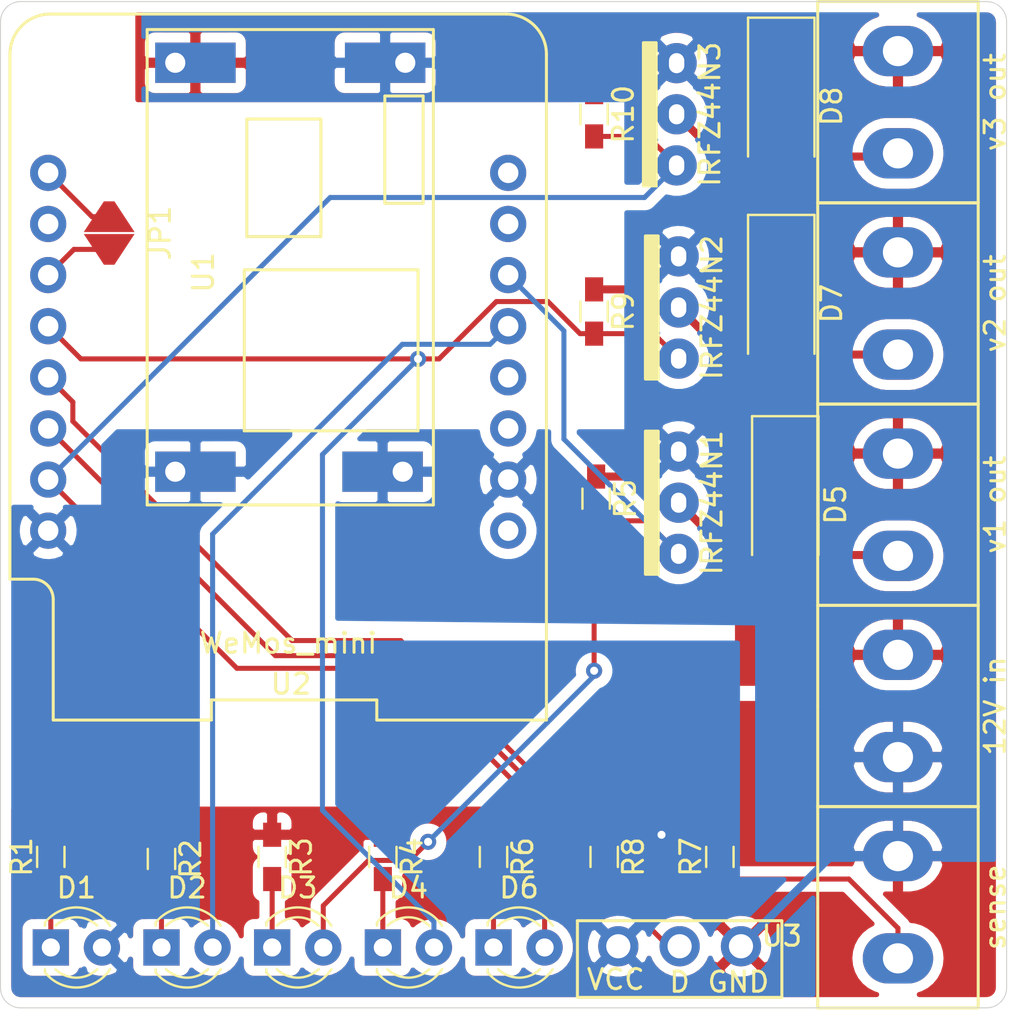
<source format=kicad_pcb>
(kicad_pcb (version 20171130) (host pcbnew 5.1.4)
  (layers (0 F.Cu signal) (31 B.Cu signal) (34 B.Paste user) (35 F.Paste user) (36 B.SilkS user) (37 F.SilkS user) (38 B.Mask user) (39 F.Mask user) (44 Edge.Cuts user))
  (net 0 "")
  (net 1 "Net-(D1-Pad1)")
  (net 2 +3V3)
  (net 3 "Net-(D2-Pad1)")
  (net 4 info)
  (net 5 "Net-(D3-Pad1)")
  (net 6 v1)
  (net 7 "Net-(D4-Pad1)")
  (net 8 v2)
  (net 9 +12V)
  (net 10 "Net-(D5-Pad2)")
  (net 11 "Net-(D6-Pad1)")
  (net 12 v3)
  (net 13 "Net-(D7-Pad2)")
  (net 14 "Net-(D8-Pad2)")
  (net 15 GND)
  (net 16 sense)
  (net 17 "Net-(JP1-Pad2)")
  (net 18 "Net-(JP1-Pad1)")
  (net 19 temp)
  (net 20 "Net-(U2-Pad8)")
  (net 21 "Net-(U2-Pad7)")
  (net 22 "Net-(U2-Pad10)")
  (net 23 "Net-(U2-Pad4)")
  (net 24 "Net-(U2-Pad3)")
  (net 25 "Net-(U2-Pad1)")
  (module Resistors_SMD:R_0603_HandSoldering (layer F.Cu) (at 95 102.5 270)
    (fp_text reference R8 (at 0 -1.45 90) (layer F.SilkS))
    (fp_text value 4K7)
    (fp_line (start 0.5 0.68) (end -0.5 0.68) (layer F.SilkS) (width 0.12))
    (fp_line (start -0.5 -0.68) (end 0.5 -0.68) (layer F.SilkS) (width 0.12))
    (pad 1 smd rect (at -1.1 0 270) (size 1.2 0.9) (layers F.Cu F.Paste F.Mask) (net 2 +3V3))
    (pad 2 smd rect (at 1.1 0 270) (size 1.2 0.9) (layers F.Cu F.Paste F.Mask) (net 19 temp))
  )
  (module Resistors_SMD:R_0603_HandSoldering (layer F.Cu) (at 94.6 84.7 270)
    (fp_text reference R5 (at 0 -1.45 90) (layer F.SilkS))
    (fp_text value 20K)
    (fp_line (start 0.5 0.68) (end -0.5 0.68) (layer F.SilkS) (width 0.12))
    (fp_line (start -0.5 -0.68) (end 0.5 -0.68) (layer F.SilkS) (width 0.12))
    (pad 1 smd rect (at -1.1 0 270) (size 1.2 0.9) (layers F.Cu F.Paste F.Mask) (net 15 GND))
    (pad 2 smd rect (at 1.1 0 270) (size 1.2 0.9) (layers F.Cu F.Paste F.Mask) (net 6 v1))
  )
  (module custom:termina_2pin (layer F.Cu) (at 109.6 65 90)
    (fp_text reference J5)
    (fp_text value "v3 out" (at 0 4.826 270) (layer F.SilkS))
    (fp_line (start -5.0038 -3.9878) (end 0 -3.9878) (layer F.SilkS) (width 0.15))
    (fp_line (start -5.0038 3.9878) (end -5.0038 -3.9878) (layer F.SilkS) (width 0.15))
    (fp_line (start 5.0038 3.9878) (end -5.0038 3.9878) (layer F.SilkS) (width 0.15))
    (fp_line (start 5.0038 -3.9878) (end 5.0038 3.9878) (layer F.SilkS) (width 0.15))
    (fp_line (start 0 -3.9878) (end 5.0038 -3.9878) (layer F.SilkS) (width 0.15))
    (pad 2 thru_hole oval (at 2.54 0 90) (size 2.5 3.5) (drill 1.5) (layers *.Cu *.Mask) (net 9 +12V))
    (pad 1 thru_hole oval (at -2.54 0 90) (size 2.5 3.5) (drill 1.5) (layers *.Cu *.Mask) (net 14 "Net-(D8-Pad2)"))
  )
  (module custom:termina_2pin (layer F.Cu) (at 109.6 75 90)
    (fp_text reference J4)
    (fp_text value "v2 out" (at 0 4.826 270) (layer F.SilkS))
    (fp_line (start -5.0038 -3.9878) (end 0 -3.9878) (layer F.SilkS) (width 0.15))
    (fp_line (start -5.0038 3.9878) (end -5.0038 -3.9878) (layer F.SilkS) (width 0.15))
    (fp_line (start 5.0038 3.9878) (end -5.0038 3.9878) (layer F.SilkS) (width 0.15))
    (fp_line (start 5.0038 -3.9878) (end 5.0038 3.9878) (layer F.SilkS) (width 0.15))
    (fp_line (start 0 -3.9878) (end 5.0038 -3.9878) (layer F.SilkS) (width 0.15))
    (pad 2 thru_hole oval (at 2.54 0 90) (size 2.5 3.5) (drill 1.5) (layers *.Cu *.Mask) (net 9 +12V))
    (pad 1 thru_hole oval (at -2.54 0 90) (size 2.5 3.5) (drill 1.5) (layers *.Cu *.Mask) (net 13 "Net-(D7-Pad2)"))
  )
  (module custom:termina_2pin (layer F.Cu) (at 109.6 105 90)
    (fp_text reference J3)
    (fp_text value sense (at 0 4.826 270) (layer F.SilkS))
    (fp_line (start -5.0038 -3.9878) (end 0 -3.9878) (layer F.SilkS) (width 0.15))
    (fp_line (start -5.0038 3.9878) (end -5.0038 -3.9878) (layer F.SilkS) (width 0.15))
    (fp_line (start 5.0038 3.9878) (end -5.0038 3.9878) (layer F.SilkS) (width 0.15))
    (fp_line (start 5.0038 -3.9878) (end 5.0038 3.9878) (layer F.SilkS) (width 0.15))
    (fp_line (start 0 -3.9878) (end 5.0038 -3.9878) (layer F.SilkS) (width 0.15))
    (pad 2 thru_hole oval (at 2.54 0 90) (size 2.5 3.5) (drill 1.5) (layers *.Cu *.Mask) (net 15 GND))
    (pad 1 thru_hole oval (at -2.54 0 90) (size 2.5 3.5) (drill 1.5) (layers *.Cu *.Mask) (net 16 sense))
  )
  (module custom:termina_2pin (layer F.Cu) (at 109.6 95 90)
    (fp_text reference J2)
    (fp_text value "12V in" (at 0 4.826 270) (layer F.SilkS))
    (fp_line (start -5.0038 -3.9878) (end 0 -3.9878) (layer F.SilkS) (width 0.15))
    (fp_line (start -5.0038 3.9878) (end -5.0038 -3.9878) (layer F.SilkS) (width 0.15))
    (fp_line (start 5.0038 3.9878) (end -5.0038 3.9878) (layer F.SilkS) (width 0.15))
    (fp_line (start 5.0038 -3.9878) (end 5.0038 3.9878) (layer F.SilkS) (width 0.15))
    (fp_line (start 0 -3.9878) (end 5.0038 -3.9878) (layer F.SilkS) (width 0.15))
    (pad 2 thru_hole oval (at 2.54 0 90) (size 2.5 3.5) (drill 1.5) (layers *.Cu *.Mask) (net 9 +12V))
    (pad 1 thru_hole oval (at -2.54 0 90) (size 2.5 3.5) (drill 1.5) (layers *.Cu *.Mask) (net 15 GND))
  )
  (module custom:termina_2pin (layer F.Cu) (at 109.6 85 90)
    (fp_text reference J1)
    (fp_text value "v1 out" (at 0 4.826 270) (layer F.SilkS))
    (fp_line (start -5.0038 -3.9878) (end 0 -3.9878) (layer F.SilkS) (width 0.15))
    (fp_line (start -5.0038 3.9878) (end -5.0038 -3.9878) (layer F.SilkS) (width 0.15))
    (fp_line (start 5.0038 3.9878) (end -5.0038 3.9878) (layer F.SilkS) (width 0.15))
    (fp_line (start 5.0038 -3.9878) (end 5.0038 3.9878) (layer F.SilkS) (width 0.15))
    (fp_line (start 0 -3.9878) (end 5.0038 -3.9878) (layer F.SilkS) (width 0.15))
    (pad 2 thru_hole oval (at 2.54 0 90) (size 2.5 3.5) (drill 1.5) (layers *.Cu *.Mask) (net 9 +12V))
    (pad 1 thru_hole oval (at -2.54 0 90) (size 2.5 3.5) (drill 1.5) (layers *.Cu *.Mask) (net 10 "Net-(D5-Pad2)"))
  )
  (module LEDs:LED_D3.0mm (layer F.Cu) (at 84 107)
    (fp_text reference D4 (at 1.27 -2.96) (layer F.SilkS))
    (fp_text value v2)
    (fp_arc (start 1.27 0) (end -0.29 -1.235516) (angle 108.8) (layer F.SilkS) (width 0.12))
    (fp_arc (start 1.27 0) (end -0.29 1.235516) (angle -108.8) (layer F.SilkS) (width 0.12))
    (fp_arc (start 1.27 0) (end 0.229039 -1.08) (angle 87.9) (layer F.SilkS) (width 0.12))
    (fp_arc (start 1.27 0) (end 0.229039 1.08) (angle -87.9) (layer F.SilkS) (width 0.12))
    (fp_line (start -0.29 -1.236) (end -0.29 -1.08) (layer F.SilkS) (width 0.12))
    (fp_line (start -0.29 1.08) (end -0.29 1.236) (layer F.SilkS) (width 0.12))
    (pad 1 thru_hole rect (at 0 0) (size 1.8 1.8) (drill 0.9) (layers *.Cu *.Mask) (net 7 "Net-(D4-Pad1)"))
    (pad 2 thru_hole circle (at 2.54 0) (size 1.8 1.8) (drill 0.9) (layers *.Cu *.Mask) (net 8 v2))
  )
  (module custom:temperature_sensor (layer F.Cu) (at 98.75 104.4 180)
    (fp_text reference U3 (at -5.08 -2.032) (layer F.SilkS))
    (fp_text value DS18B20)
    (fp_text user GND (at -2.921 -4.318) (layer F.SilkS))
    (fp_text user D (at 0 -4.318) (layer F.SilkS))
    (fp_text user VCC (at 3.175 -4.191) (layer F.SilkS))
    (fp_line (start -5.08 -5.08) (end 5.08 -5.08) (layer F.SilkS) (width 0.15))
    (fp_line (start 5.08 -5.08) (end 5.08 -1.27) (layer F.SilkS) (width 0.15))
    (fp_line (start 5.08 -1.27) (end -5.08 -1.27) (layer F.SilkS) (width 0.15))
    (fp_line (start -5.08 -1.27) (end -5.08 -5.08) (layer F.SilkS) (width 0.15))
    (pad 1 thru_hole circle (at -3.048 -2.54 180) (size 2 2) (drill 1.2) (layers *.Cu *.Mask) (net 15 GND))
    (pad 2 thru_hole circle (at 0 -2.54 180) (size 2 2) (drill 1.2) (layers *.Cu *.Mask) (net 19 temp))
    (pad 3 thru_hole circle (at 3.048 -2.54 180) (size 2 2) (drill 1.2) (layers *.Cu *.Mask) (net 2 +3V3))
  )
  (module custom:wemos (layer F.Cu) (at 78.8 77.4 90)
    (fp_text reference U2 (at -16.51 0.635) (layer F.SilkS))
    (fp_text value WeMos_mini (at -14.478 0.508) (layer F.SilkS))
    (fp_line (start -11.3 -13.33) (end -11.3 -13.33) (layer F.SilkS) (width 0.15))
    (fp_line (start -11.3 -12.17) (end -11.3 -13.33) (layer F.SilkS) (width 0.15))
    (fp_arc (start -12.3 -12.18) (end -11.3 -12.18) (angle 90) (layer F.SilkS) (width 0.15))
    (fp_line (start -18.3 -11.18) (end -12.3 -11.18) (layer F.SilkS) (width 0.15))
    (fp_arc (start 14.78 11.33) (end 16.78 11.33) (angle 90) (layer F.SilkS) (width 0.15))
    (fp_arc (start 14.78 -11.33) (end 14.78 -13.33) (angle 90) (layer F.SilkS) (width 0.15))
    (fp_line (start -18.3 4.9) (end -18.3 13.329999) (layer F.SilkS) (width 0.15))
    (fp_line (start -17.3 4.9) (end -18.3 4.9) (layer F.SilkS) (width 0.15))
    (fp_line (start -17.3 -3.32) (end -17.3 4.9) (layer F.SilkS) (width 0.15))
    (fp_line (start -18.3 -3.32) (end -17.3 -3.32) (layer F.SilkS) (width 0.15))
    (fp_line (start -18.3 -11.18) (end -18.3 -3.32) (layer F.SilkS) (width 0.15))
    (fp_line (start 14.78 -13.33) (end -11.3 -13.33) (layer F.SilkS) (width 0.15))
    (fp_line (start 16.78 11.33) (end 16.78 -11.33) (layer F.SilkS) (width 0.15))
    (fp_line (start -18.3 13.33) (end 14.78 13.33) (layer F.SilkS) (width 0.15))
    (pad 8 thru_hole circle (at 8.89 11.43 90) (size 1.8 1.8) (drill 1.016) (layers *.Cu *.Mask) (net 20 "Net-(U2-Pad8)"))
    (pad 9 thru_hole circle (at 8.89 -11.43 90) (size 1.8 1.8) (drill 1.016) (layers *.Cu *.Mask) (net 17 "Net-(JP1-Pad2)"))
    (pad 7 thru_hole circle (at 6.35 11.43 90) (size 1.8 1.8) (drill 1.016) (layers *.Cu *.Mask) (net 21 "Net-(U2-Pad7)"))
    (pad 10 thru_hole circle (at 6.35 -11.43 90) (size 1.8 1.8) (drill 1.016) (layers *.Cu *.Mask) (net 22 "Net-(U2-Pad10)"))
    (pad 6 thru_hole circle (at 3.81 11.43 90) (size 1.8 1.8) (drill 1.016) (layers *.Cu *.Mask) (net 6 v1))
    (pad 11 thru_hole circle (at 3.81 -11.43 90) (size 1.8 1.8) (drill 1.016) (layers *.Cu *.Mask) (net 18 "Net-(JP1-Pad1)"))
    (pad 5 thru_hole circle (at 1.27 11.43 90) (size 1.8 1.8) (drill 1.016) (layers *.Cu *.Mask) (net 4 info))
    (pad 12 thru_hole circle (at 1.27 -11.43 90) (size 1.8 1.8) (drill 1.016) (layers *.Cu *.Mask) (net 8 v2))
    (pad 4 thru_hole circle (at -1.27 11.43 90) (size 1.8 1.8) (drill 1.016) (layers *.Cu *.Mask) (net 23 "Net-(U2-Pad4)"))
    (pad 13 thru_hole circle (at -1.27 -11.43 90) (size 1.8 1.8) (drill 1.016) (layers *.Cu *.Mask) (net 16 sense))
    (pad 3 thru_hole circle (at -3.81 11.43 90) (size 1.8 1.8) (drill 1.016) (layers *.Cu *.Mask) (net 24 "Net-(U2-Pad3)"))
    (pad 14 thru_hole circle (at -3.81 -11.43 90) (size 1.8 1.8) (drill 1.016) (layers *.Cu *.Mask) (net 19 temp))
    (pad 2 thru_hole circle (at -6.35 11.43 90) (size 1.8 1.8) (drill 1.016) (layers *.Cu *.Mask) (net 15 GND))
    (pad 15 thru_hole circle (at -6.35 -11.43 90) (size 1.8 1.8) (drill 1.016) (layers *.Cu *.Mask) (net 12 v3))
    (pad 1 thru_hole circle (at -8.89 11.43 90) (size 1.8 1.8) (drill 1.016) (layers *.Cu *.Mask) (net 25 "Net-(U2-Pad1)"))
    (pad 16 thru_hole circle (at -8.89 -11.43 90) (size 1.8 1.8) (drill 1.016) (layers *.Cu *.Mask) (net 2 +3V3))
  )
  (module custom:stepdown (layer F.Cu) (at 79.4 73.2 270)
    (fp_text reference U1 (at 0.254 4.318 90) (layer F.SilkS))
    (fp_text value stepdown)
    (fp_line (start -11.811 -7.112) (end 11.811 -7.112) (layer F.SilkS) (width 0.15))
    (fp_line (start 11.811 -7.112) (end 11.811 7.112) (layer F.SilkS) (width 0.15))
    (fp_line (start 11.811 7.112) (end -11.811 7.112) (layer F.SilkS) (width 0.15))
    (fp_line (start -11.811 7.112) (end -11.811 -7.112) (layer F.SilkS) (width 0.15))
    (fp_line (start 8.128 2.286) (end 8.128 -6.35) (layer F.SilkS) (width 0.15))
    (fp_line (start 8.128 -6.35) (end 0.127 -6.35) (layer F.SilkS) (width 0.15))
    (fp_line (start 0.127 -6.35) (end 0.127 2.286) (layer F.SilkS) (width 0.15))
    (fp_line (start 0.127 2.286) (end 8.128 2.286) (layer F.SilkS) (width 0.15))
    (fp_line (start -8.509 -6.604) (end -3.175 -6.604) (layer F.SilkS) (width 0.15))
    (fp_line (start -3.175 -6.604) (end -3.175 -4.699) (layer F.SilkS) (width 0.15))
    (fp_line (start -3.175 -4.699) (end -8.509 -4.699) (layer F.SilkS) (width 0.15))
    (fp_line (start -8.509 -4.699) (end -8.509 -6.604) (layer F.SilkS) (width 0.15))
    (fp_line (start -1.524 2.159) (end -7.366 2.159) (layer F.SilkS) (width 0.15))
    (fp_line (start -7.366 2.159) (end -7.366 -1.524) (layer F.SilkS) (width 0.15))
    (fp_line (start -7.366 -1.524) (end -1.524 -1.524) (layer F.SilkS) (width 0.15))
    (fp_line (start -1.524 -1.524) (end -1.524 2.159) (layer F.SilkS) (width 0.15))
    (pad 1 thru_hole rect (at -10.16 -5.715 270) (size 2 4) (drill 1 (offset 0 1)) (layers *.Cu *.Mask) (net 15 GND))
    (pad 3 thru_hole rect (at -10.16 5.715 270) (size 2 4) (drill 1 (offset 0 -1)) (layers *.Cu *.Mask) (net 9 +12V))
    (pad 2 thru_hole rect (at 10.16 -5.588 270) (size 2 4) (drill 1 (offset 0 1)) (layers *.Cu *.Mask) (net 15 GND))
    (pad 4 thru_hole rect (at 10.16 5.715 270) (size 2 4) (drill 1 (offset 0 -1)) (layers *.Cu *.Mask) (net 2 +3V3))
  )
  (module Resistors_SMD:R_0603_HandSoldering (layer F.Cu) (at 94.5 65.6 270)
    (fp_text reference R10 (at 0 -1.45 90) (layer F.SilkS))
    (fp_text value 20K)
    (fp_line (start 0.5 0.68) (end -0.5 0.68) (layer F.SilkS) (width 0.12))
    (fp_line (start -0.5 -0.68) (end 0.5 -0.68) (layer F.SilkS) (width 0.12))
    (pad 1 smd rect (at -1.1 0 270) (size 1.2 0.9) (layers F.Cu F.Paste F.Mask) (net 15 GND))
    (pad 2 smd rect (at 1.1 0 270) (size 1.2 0.9) (layers F.Cu F.Paste F.Mask) (net 12 v3))
  )
  (module Resistors_SMD:R_0603_HandSoldering (layer F.Cu) (at 94.5 75.4 270)
    (fp_text reference R9 (at 0 -1.45 90) (layer F.SilkS))
    (fp_text value 20K)
    (fp_line (start 0.5 0.68) (end -0.5 0.68) (layer F.SilkS) (width 0.12))
    (fp_line (start -0.5 -0.68) (end 0.5 -0.68) (layer F.SilkS) (width 0.12))
    (pad 1 smd rect (at -1.1 0 270) (size 1.2 0.9) (layers F.Cu F.Paste F.Mask) (net 15 GND))
    (pad 2 smd rect (at 1.1 0 270) (size 1.2 0.9) (layers F.Cu F.Paste F.Mask) (net 8 v2))
  )
  (module Resistors_SMD:R_0603_HandSoldering (layer F.Cu) (at 100.75 102.5 90)
    (fp_text reference R7 (at 0 -1.45 90) (layer F.SilkS))
    (fp_text value 330)
    (fp_line (start 0.5 0.68) (end -0.5 0.68) (layer F.SilkS) (width 0.12))
    (fp_line (start -0.5 -0.68) (end 0.5 -0.68) (layer F.SilkS) (width 0.12))
    (pad 1 smd rect (at -1.1 0 90) (size 1.2 0.9) (layers F.Cu F.Paste F.Mask) (net 16 sense))
    (pad 2 smd rect (at 1.1 0 90) (size 1.2 0.9) (layers F.Cu F.Paste F.Mask) (net 2 +3V3))
  )
  (module Resistors_SMD:R_0603_HandSoldering (layer F.Cu) (at 89.5 102.5 270)
    (fp_text reference R6 (at 0 -1.45 90) (layer F.SilkS))
    (fp_text value 1K)
    (fp_line (start 0.5 0.68) (end -0.5 0.68) (layer F.SilkS) (width 0.12))
    (fp_line (start -0.5 -0.68) (end 0.5 -0.68) (layer F.SilkS) (width 0.12))
    (pad 1 smd rect (at -1.1 0 270) (size 1.2 0.9) (layers F.Cu F.Paste F.Mask) (net 15 GND))
    (pad 2 smd rect (at 1.1 0 270) (size 1.2 0.9) (layers F.Cu F.Paste F.Mask) (net 11 "Net-(D6-Pad1)"))
  )
  (module Resistors_SMD:R_0603_HandSoldering (layer F.Cu) (at 84 102.5 270)
    (fp_text reference R4 (at 0 -1.45 90) (layer F.SilkS))
    (fp_text value 1K)
    (fp_line (start 0.5 0.68) (end -0.5 0.68) (layer F.SilkS) (width 0.12))
    (fp_line (start -0.5 -0.68) (end 0.5 -0.68) (layer F.SilkS) (width 0.12))
    (pad 1 smd rect (at -1.1 0 270) (size 1.2 0.9) (layers F.Cu F.Paste F.Mask) (net 15 GND))
    (pad 2 smd rect (at 1.1 0 270) (size 1.2 0.9) (layers F.Cu F.Paste F.Mask) (net 7 "Net-(D4-Pad1)"))
  )
  (module Resistors_SMD:R_0603_HandSoldering (layer F.Cu) (at 78.5 102.5 270)
    (fp_text reference R3 (at 0 -1.45 90) (layer F.SilkS))
    (fp_text value 1K)
    (fp_line (start 0.5 0.68) (end -0.5 0.68) (layer F.SilkS) (width 0.12))
    (fp_line (start -0.5 -0.68) (end 0.5 -0.68) (layer F.SilkS) (width 0.12))
    (pad 1 smd rect (at -1.1 0 270) (size 1.2 0.9) (layers F.Cu F.Paste F.Mask) (net 15 GND))
    (pad 2 smd rect (at 1.1 0 270) (size 1.2 0.9) (layers F.Cu F.Paste F.Mask) (net 5 "Net-(D3-Pad1)"))
  )
  (module Resistors_SMD:R_0603_HandSoldering (layer F.Cu) (at 73 102.6 270)
    (fp_text reference R2 (at 0 -1.45 90) (layer F.SilkS))
    (fp_text value 240)
    (fp_line (start 0.5 0.68) (end -0.5 0.68) (layer F.SilkS) (width 0.12))
    (fp_line (start -0.5 -0.68) (end 0.5 -0.68) (layer F.SilkS) (width 0.12))
    (pad 1 smd rect (at -1.1 0 270) (size 1.2 0.9) (layers F.Cu F.Paste F.Mask) (net 15 GND))
    (pad 2 smd rect (at 1.1 0 270) (size 1.2 0.9) (layers F.Cu F.Paste F.Mask) (net 3 "Net-(D2-Pad1)"))
  )
  (module Resistors_SMD:R_0603_HandSoldering (layer F.Cu) (at 67.5 102.5 90)
    (fp_text reference R1 (at 0 -1.45 90) (layer F.SilkS))
    (fp_text value 1K)
    (fp_line (start 0.5 0.68) (end -0.5 0.68) (layer F.SilkS) (width 0.12))
    (fp_line (start -0.5 -0.68) (end 0.5 -0.68) (layer F.SilkS) (width 0.12))
    (pad 1 smd rect (at -1.1 0 90) (size 1.2 0.9) (layers F.Cu F.Paste F.Mask) (net 1 "Net-(D1-Pad1)"))
    (pad 2 smd rect (at 1.1 0 90) (size 1.2 0.9) (layers F.Cu F.Paste F.Mask) (net 15 GND))
  )
  (module custom:jumper (layer F.Cu) (at 70.4 71.5 90)
    (fp_text reference JP1 (at 0 2.54 90) (layer F.SilkS))
    (fp_text value deepsleep)
    (pad 2 smd trapezoid (at 0.8128 0 90) (size 1.524 1.524) (rect_delta 1 0) (layers F.Cu F.Paste F.Mask) (net 17 "Net-(JP1-Pad2)"))
    (pad 1 smd trapezoid (at -0.8128 0 90) (size 1.524 1.524) (rect_delta -1 0) (layers F.Cu F.Paste F.Mask) (net 18 "Net-(JP1-Pad1)"))
  )
  (module custom:irlz44n_vertical (layer F.Cu) (at 98.6 65.6)
    (fp_text reference IRFZ44N3 (at 1.651 0 -90) (layer F.SilkS))
    (fp_text value " ")
    (fp_poly (pts (xy -1.651 -3.556) (xy -1.651 3.556) (xy -1.016 3.556) (xy -1.016 -3.556)) (layer F.SilkS) (width 0.15))
    (pad 1 thru_hole circle (at 0 -2.54) (size 2 2) (drill oval 0.762 1) (layers *.Cu *.Mask) (net 15 GND))
    (pad 3 thru_hole circle (at 0 0) (size 2 2) (drill oval 0.762 1) (layers *.Cu *.Mask) (net 14 "Net-(D8-Pad2)"))
    (pad 2 thru_hole circle (at 0 2.54) (size 2 2) (drill oval 0.762 1) (layers *.Cu *.Mask) (net 12 v3))
  )
  (module custom:irlz44n_vertical (layer F.Cu) (at 98.7 75.2)
    (fp_text reference IRFZ44N2 (at 1.651 0 -90) (layer F.SilkS))
    (fp_text value " ")
    (fp_poly (pts (xy -1.651 -3.556) (xy -1.651 3.556) (xy -1.016 3.556) (xy -1.016 -3.556)) (layer F.SilkS) (width 0.15))
    (pad 1 thru_hole circle (at 0 -2.54) (size 2 2) (drill oval 0.762 1) (layers *.Cu *.Mask) (net 15 GND))
    (pad 3 thru_hole circle (at 0 0) (size 2 2) (drill oval 0.762 1) (layers *.Cu *.Mask) (net 13 "Net-(D7-Pad2)"))
    (pad 2 thru_hole circle (at 0 2.54) (size 2 2) (drill oval 0.762 1) (layers *.Cu *.Mask) (net 8 v2))
  )
  (module custom:irlz44n_vertical (layer F.Cu) (at 98.7 84.9)
    (fp_text reference IRFZ44N1 (at 1.651 0 -90) (layer F.SilkS))
    (fp_text value " ")
    (fp_poly (pts (xy -1.651 -3.556) (xy -1.651 3.556) (xy -1.016 3.556) (xy -1.016 -3.556)) (layer F.SilkS) (width 0.15))
    (pad 1 thru_hole circle (at 0 -2.54) (size 2 2) (drill oval 0.762 1) (layers *.Cu *.Mask) (net 15 GND))
    (pad 3 thru_hole circle (at 0 0) (size 2 2) (drill oval 0.762 1) (layers *.Cu *.Mask) (net 10 "Net-(D5-Pad2)"))
    (pad 2 thru_hole circle (at 0 2.54) (size 2 2) (drill oval 0.762 1) (layers *.Cu *.Mask) (net 6 v1))
  )
  (module Diodes_SMD:D_SMA_Handsoldering (layer F.Cu) (at 103.8 65.2 270)
    (fp_text reference D8 (at 0 -2.5 90) (layer F.SilkS))
    (fp_text value " ")
    (fp_line (start -4.4 -1.65) (end -4.4 1.65) (layer F.SilkS) (width 0.12))
    (fp_line (start -4.4 1.65) (end 2.5 1.65) (layer F.SilkS) (width 0.12))
    (fp_line (start -4.4 -1.65) (end 2.5 -1.65) (layer F.SilkS) (width 0.12))
    (pad 1 smd rect (at -2.5 0 270) (size 3.5 1.8) (layers F.Cu F.Paste F.Mask) (net 9 +12V))
    (pad 2 smd rect (at 2.5 0 270) (size 3.5 1.8) (layers F.Cu F.Paste F.Mask) (net 14 "Net-(D8-Pad2)"))
  )
  (module Diodes_SMD:D_SMA_Handsoldering (layer F.Cu) (at 103.8 75 270)
    (fp_text reference D7 (at 0 -2.5 90) (layer F.SilkS))
    (fp_text value " ")
    (fp_line (start -4.4 -1.65) (end -4.4 1.65) (layer F.SilkS) (width 0.12))
    (fp_line (start -4.4 1.65) (end 2.5 1.65) (layer F.SilkS) (width 0.12))
    (fp_line (start -4.4 -1.65) (end 2.5 -1.65) (layer F.SilkS) (width 0.12))
    (pad 1 smd rect (at -2.5 0 270) (size 3.5 1.8) (layers F.Cu F.Paste F.Mask) (net 9 +12V))
    (pad 2 smd rect (at 2.5 0 270) (size 3.5 1.8) (layers F.Cu F.Paste F.Mask) (net 13 "Net-(D7-Pad2)"))
  )
  (module LEDs:LED_D3.0mm (layer F.Cu) (at 89.5 107)
    (fp_text reference D6 (at 1.27 -2.96) (layer F.SilkS))
    (fp_text value v3)
    (fp_arc (start 1.27 0) (end -0.29 -1.235516) (angle 108.8) (layer F.SilkS) (width 0.12))
    (fp_arc (start 1.27 0) (end -0.29 1.235516) (angle -108.8) (layer F.SilkS) (width 0.12))
    (fp_arc (start 1.27 0) (end 0.229039 -1.08) (angle 87.9) (layer F.SilkS) (width 0.12))
    (fp_arc (start 1.27 0) (end 0.229039 1.08) (angle -87.9) (layer F.SilkS) (width 0.12))
    (fp_line (start -0.29 -1.236) (end -0.29 -1.08) (layer F.SilkS) (width 0.12))
    (fp_line (start -0.29 1.08) (end -0.29 1.236) (layer F.SilkS) (width 0.12))
    (pad 1 thru_hole rect (at 0 0) (size 1.8 1.8) (drill 0.9) (layers *.Cu *.Mask) (net 11 "Net-(D6-Pad1)"))
    (pad 2 thru_hole circle (at 2.54 0) (size 1.8 1.8) (drill 0.9) (layers *.Cu *.Mask) (net 12 v3))
  )
  (module Diodes_SMD:D_SMA_Handsoldering (layer F.Cu) (at 104 85 270)
    (fp_text reference D5 (at 0 -2.5 90) (layer F.SilkS))
    (fp_text value " ")
    (fp_line (start -4.4 -1.65) (end -4.4 1.65) (layer F.SilkS) (width 0.12))
    (fp_line (start -4.4 1.65) (end 2.5 1.65) (layer F.SilkS) (width 0.12))
    (fp_line (start -4.4 -1.65) (end 2.5 -1.65) (layer F.SilkS) (width 0.12))
    (pad 1 smd rect (at -2.5 0 270) (size 3.5 1.8) (layers F.Cu F.Paste F.Mask) (net 9 +12V))
    (pad 2 smd rect (at 2.5 0 270) (size 3.5 1.8) (layers F.Cu F.Paste F.Mask) (net 10 "Net-(D5-Pad2)"))
  )
  (module LEDs:LED_D3.0mm (layer F.Cu) (at 78.5 107)
    (fp_text reference D3 (at 1.27 -2.96) (layer F.SilkS))
    (fp_text value v1)
    (fp_arc (start 1.27 0) (end -0.29 -1.235516) (angle 108.8) (layer F.SilkS) (width 0.12))
    (fp_arc (start 1.27 0) (end -0.29 1.235516) (angle -108.8) (layer F.SilkS) (width 0.12))
    (fp_arc (start 1.27 0) (end 0.229039 -1.08) (angle 87.9) (layer F.SilkS) (width 0.12))
    (fp_arc (start 1.27 0) (end 0.229039 1.08) (angle -87.9) (layer F.SilkS) (width 0.12))
    (fp_line (start -0.29 -1.236) (end -0.29 -1.08) (layer F.SilkS) (width 0.12))
    (fp_line (start -0.29 1.08) (end -0.29 1.236) (layer F.SilkS) (width 0.12))
    (pad 1 thru_hole rect (at 0 0) (size 1.8 1.8) (drill 0.9) (layers *.Cu *.Mask) (net 5 "Net-(D3-Pad1)"))
    (pad 2 thru_hole circle (at 2.54 0) (size 1.8 1.8) (drill 0.9) (layers *.Cu *.Mask) (net 6 v1))
  )
  (module LEDs:LED_D3.0mm (layer F.Cu) (at 73 107)
    (fp_text reference D2 (at 1.27 -2.96) (layer F.SilkS))
    (fp_text value info)
    (fp_arc (start 1.27 0) (end -0.29 -1.235516) (angle 108.8) (layer F.SilkS) (width 0.12))
    (fp_arc (start 1.27 0) (end -0.29 1.235516) (angle -108.8) (layer F.SilkS) (width 0.12))
    (fp_arc (start 1.27 0) (end 0.229039 -1.08) (angle 87.9) (layer F.SilkS) (width 0.12))
    (fp_arc (start 1.27 0) (end 0.229039 1.08) (angle -87.9) (layer F.SilkS) (width 0.12))
    (fp_line (start -0.29 -1.236) (end -0.29 -1.08) (layer F.SilkS) (width 0.12))
    (fp_line (start -0.29 1.08) (end -0.29 1.236) (layer F.SilkS) (width 0.12))
    (pad 1 thru_hole rect (at 0 0) (size 1.8 1.8) (drill 0.9) (layers *.Cu *.Mask) (net 3 "Net-(D2-Pad1)"))
    (pad 2 thru_hole circle (at 2.54 0) (size 1.8 1.8) (drill 0.9) (layers *.Cu *.Mask) (net 4 info))
  )
  (module LEDs:LED_D3.0mm (layer F.Cu) (at 67.5 107)
    (fp_text reference D1 (at 1.27 -2.96) (layer F.SilkS))
    (fp_text value LED)
    (fp_arc (start 1.27 0) (end -0.29 -1.235516) (angle 108.8) (layer F.SilkS) (width 0.12))
    (fp_arc (start 1.27 0) (end -0.29 1.235516) (angle -108.8) (layer F.SilkS) (width 0.12))
    (fp_arc (start 1.27 0) (end 0.229039 -1.08) (angle 87.9) (layer F.SilkS) (width 0.12))
    (fp_arc (start 1.27 0) (end 0.229039 1.08) (angle -87.9) (layer F.SilkS) (width 0.12))
    (fp_line (start -0.29 -1.236) (end -0.29 -1.08) (layer F.SilkS) (width 0.12))
    (fp_line (start -0.29 1.08) (end -0.29 1.236) (layer F.SilkS) (width 0.12))
    (pad 1 thru_hole rect (at 0 0) (size 1.8 1.8) (drill 0.9) (layers *.Cu *.Mask) (net 1 "Net-(D1-Pad1)"))
    (pad 2 thru_hole circle (at 2.54 0) (size 1.8 1.8) (drill 0.9) (layers *.Cu *.Mask) (net 2 +3V3))
  )
  (gr_arc (start 66 109) (end 65 109) (angle -90) (layer Edge.Cuts) (width 0.05))
  (gr_arc (start 114 109) (end 114 110) (angle -90) (layer Edge.Cuts) (width 0.05))
  (gr_arc (start 114 61) (end 115 61) (angle -90) (layer Edge.Cuts) (width 0.05))
  (gr_arc (start 66 61) (end 66 60) (angle -90) (layer Edge.Cuts) (width 0.05))
  (gr_line (start 65 109) (end 65 61) (layer Edge.Cuts) (width 0.05))
  (gr_line (start 114 110) (end 66 110) (layer Edge.Cuts) (width 0.05))
  (gr_line (start 115 61) (end 115 109) (layer Edge.Cuts) (width 0.05))
  (gr_line (start 66 60) (end 114 60) (layer Edge.Cuts) (width 0.05))
  (segment (start 67.5 105.85) (end 67.5 103.6) (width 0.25) (layer F.Cu) (net 1))
  (segment (start 67.5 107) (end 67.5 105.85) (width 0.25) (layer F.Cu) (net 1))
  (segment (start 95.7 101.4) (end 97.85 101.4) (width 0.25) (layer F.Cu) (net 2))
  (segment (start 95 101.4) (end 95.7 101.4) (width 0.25) (layer F.Cu) (net 2))
  (segment (start 97.85 101.4) (end 100.75 101.4) (width 0.25) (layer F.Cu) (net 2))
  (via (at 97.85 101.4) (size 0.8) (drill 0.4) (layers F.Cu B.Cu) (net 2))
  (segment (start 73 107) (end 73 103.7) (width 0.25) (layer F.Cu) (net 3))
  (segment (start 89.330001 77.029999) (end 84.970001 77.029999) (width 0.25) (layer B.Cu) (net 4))
  (segment (start 90.23 76.13) (end 89.330001 77.029999) (width 0.25) (layer B.Cu) (net 4))
  (segment (start 75.54 86.46) (end 75.54 107) (width 0.25) (layer B.Cu) (net 4))
  (segment (start 84.970001 77.029999) (end 75.54 86.46) (width 0.25) (layer B.Cu) (net 4))
  (segment (start 78.5 107) (end 78.5 103.6) (width 0.25) (layer F.Cu) (net 5))
  (segment (start 90.23 73.59) (end 93 76.36) (width 0.25) (layer B.Cu) (net 6))
  (segment (start 93 81.74) (end 98.7 87.44) (width 0.25) (layer B.Cu) (net 6))
  (segment (start 93 76.36) (end 93 81.74) (width 0.25) (layer B.Cu) (net 6))
  (segment (start 97.06 85.8) (end 98.7 87.44) (width 0.25) (layer F.Cu) (net 6))
  (segment (start 94.6 85.8) (end 97.06 85.8) (width 0.25) (layer F.Cu) (net 6))
  (segment (start 85.325001 102.674999) (end 86.25 101.75) (width 0.25) (layer F.Cu) (net 6))
  (via (at 86.25 101.75) (size 0.8) (drill 0.4) (layers F.Cu B.Cu) (net 6))
  (segment (start 83.289999 102.674999) (end 85.325001 102.674999) (width 0.25) (layer F.Cu) (net 6))
  (segment (start 81.04 107) (end 81.04 104.924998) (width 0.25) (layer F.Cu) (net 6))
  (segment (start 81.04 104.924998) (end 83.289999 102.674999) (width 0.25) (layer F.Cu) (net 6))
  (segment (start 86.25 101.75) (end 94.5 93.5) (width 0.25) (layer B.Cu) (net 6))
  (via (at 94.5 93.25) (size 0.8) (drill 0.4) (layers F.Cu B.Cu) (net 6))
  (segment (start 94.5 93.5) (end 94.5 93.25) (width 0.25) (layer B.Cu) (net 6))
  (segment (start 94.5 85.9) (end 94.6 85.8) (width 0.25) (layer F.Cu) (net 6))
  (segment (start 94.5 93.25) (end 94.5 85.9) (width 0.25) (layer F.Cu) (net 6))
  (segment (start 84 105.85) (end 84 103.6) (width 0.25) (layer F.Cu) (net 7))
  (segment (start 84 107) (end 84 105.85) (width 0.25) (layer F.Cu) (net 7))
  (segment (start 94.5 76.35) (end 94.5 76.5) (width 0.25) (layer F.Cu) (net 8))
  (segment (start 86.54 105.727208) (end 81 100.187208) (width 0.25) (layer B.Cu) (net 8))
  (segment (start 86.54 107) (end 86.54 105.727208) (width 0.25) (layer B.Cu) (net 8))
  (via (at 85.75 77.754999) (size 0.8) (drill 0.4) (layers F.Cu B.Cu) (net 8))
  (segment (start 81 100.187208) (end 81 82.504999) (width 0.25) (layer B.Cu) (net 8))
  (segment (start 81 82.504999) (end 85.75 77.754999) (width 0.25) (layer B.Cu) (net 8))
  (segment (start 68.994999 77.754999) (end 67.37 76.13) (width 0.25) (layer F.Cu) (net 8))
  (segment (start 85.75 77.754999) (end 68.994999 77.754999) (width 0.25) (layer F.Cu) (net 8))
  (segment (start 93.8 76.5) (end 94.5 76.5) (width 0.25) (layer F.Cu) (net 8))
  (segment (start 89.641999 74.904999) (end 92.204999 74.904999) (width 0.25) (layer F.Cu) (net 8))
  (segment (start 85.75 77.754999) (end 86.791999 77.754999) (width 0.25) (layer F.Cu) (net 8))
  (segment (start 92.204999 74.904999) (end 93.8 76.5) (width 0.25) (layer F.Cu) (net 8))
  (segment (start 86.791999 77.754999) (end 89.641999 74.904999) (width 0.25) (layer F.Cu) (net 8))
  (segment (start 97.46 76.5) (end 98.7 77.74) (width 0.25) (layer F.Cu) (net 8))
  (segment (start 94.5 76.5) (end 97.46 76.5) (width 0.25) (layer F.Cu) (net 8))
  (segment (start 101.3 87.5) (end 104 87.5) (width 0.4) (layer F.Cu) (net 10))
  (segment (start 98.7 84.9) (end 101.3 87.5) (width 0.4) (layer F.Cu) (net 10))
  (segment (start 109.56 87.5) (end 109.6 87.54) (width 0.4) (layer F.Cu) (net 10))
  (segment (start 104 87.5) (end 109.56 87.5) (width 0.4) (layer F.Cu) (net 10))
  (segment (start 89.5 107) (end 89.5 103.6) (width 0.25) (layer F.Cu) (net 11))
  (segment (start 76.75 93.13) (end 84.88 93.13) (width 0.25) (layer F.Cu) (net 12))
  (segment (start 67.37 83.75) (end 76.75 93.13) (width 0.25) (layer F.Cu) (net 12))
  (segment (start 92.04 100.29) (end 92.04 107) (width 0.25) (layer F.Cu) (net 12))
  (segment (start 84.88 93.13) (end 92.04 100.29) (width 0.25) (layer F.Cu) (net 12))
  (segment (start 97.16 66.7) (end 98.6 68.14) (width 0.25) (layer F.Cu) (net 12))
  (segment (start 94.5 66.7) (end 97.16 66.7) (width 0.25) (layer F.Cu) (net 12))
  (segment (start 97.600001 69.139999) (end 98.6 68.14) (width 0.25) (layer B.Cu) (net 12))
  (segment (start 97.004999 69.735001) (end 97.600001 69.139999) (width 0.25) (layer B.Cu) (net 12))
  (segment (start 81.384999 69.735001) (end 97.004999 69.735001) (width 0.25) (layer B.Cu) (net 12))
  (segment (start 67.37 83.75) (end 81.384999 69.735001) (width 0.25) (layer B.Cu) (net 12))
  (segment (start 101 77.5) (end 103.8 77.5) (width 0.4) (layer F.Cu) (net 13))
  (segment (start 98.7 75.2) (end 101 77.5) (width 0.4) (layer F.Cu) (net 13))
  (segment (start 103.84 77.54) (end 103.8 77.5) (width 0.4) (layer F.Cu) (net 13))
  (segment (start 109.6 77.54) (end 103.84 77.54) (width 0.4) (layer F.Cu) (net 13))
  (segment (start 100.7 67.7) (end 103.8 67.7) (width 0.4) (layer F.Cu) (net 14))
  (segment (start 98.6 65.6) (end 100.7 67.7) (width 0.4) (layer F.Cu) (net 14))
  (segment (start 109.44 67.7) (end 109.6 67.54) (width 0.4) (layer F.Cu) (net 14))
  (segment (start 103.8 67.7) (end 109.44 67.7) (width 0.4) (layer F.Cu) (net 14))
  (segment (start 97.06 74.3) (end 98.7 72.66) (width 0.4) (layer F.Cu) (net 15))
  (segment (start 94.5 74.3) (end 97.06 74.3) (width 0.4) (layer F.Cu) (net 15))
  (segment (start 97.16 64.5) (end 98.6 63.06) (width 0.4) (layer F.Cu) (net 15))
  (segment (start 94.5 64.5) (end 97.16 64.5) (width 0.4) (layer F.Cu) (net 15))
  (segment (start 97.46 83.6) (end 98.7 82.36) (width 0.4) (layer F.Cu) (net 15))
  (segment (start 94.6 83.6) (end 97.46 83.6) (width 0.4) (layer F.Cu) (net 15))
  (segment (start 106.278 102.46) (end 101.798 106.94) (width 0.4) (layer B.Cu) (net 15))
  (segment (start 109.6 102.46) (end 106.278 102.46) (width 0.4) (layer B.Cu) (net 15))
  (segment (start 67.37 78.67) (end 68.595001 79.895001) (width 0.25) (layer F.Cu) (net 16))
  (segment (start 68.595001 79.895001) (end 68.595001 80.855003) (width 0.25) (layer F.Cu) (net 16))
  (segment (start 79.489998 91.75) (end 84.88641 91.75) (width 0.25) (layer F.Cu) (net 16))
  (segment (start 84.88641 91.75) (end 93.13641 100) (width 0.25) (layer F.Cu) (net 16))
  (segment (start 68.595001 80.855003) (end 79.489998 91.75) (width 0.25) (layer F.Cu) (net 16))
  (segment (start 93.13641 100) (end 93.13641 102.25) (width 0.25) (layer F.Cu) (net 16))
  (segment (start 93.13641 102.25) (end 93.38641 102.5) (width 0.25) (layer F.Cu) (net 16))
  (segment (start 100.05 103.6) (end 100.75 103.6) (width 0.25) (layer F.Cu) (net 16))
  (segment (start 98.95 102.5) (end 100.05 103.6) (width 0.25) (layer F.Cu) (net 16))
  (segment (start 93.38641 102.5) (end 98.95 102.5) (width 0.25) (layer F.Cu) (net 16))
  (segment (start 109.6 106.04) (end 109.6 107.54) (width 0.25) (layer F.Cu) (net 16))
  (segment (start 107.16 103.6) (end 109.6 106.04) (width 0.25) (layer F.Cu) (net 16))
  (segment (start 100.75 103.6) (end 107.16 103.6) (width 0.25) (layer F.Cu) (net 16))
  (segment (start 69.5472 70.6872) (end 70.4 70.6872) (width 0.25) (layer F.Cu) (net 17))
  (segment (start 67.37 68.51) (end 69.5472 70.6872) (width 0.25) (layer F.Cu) (net 17))
  (segment (start 68.6472 72.3128) (end 70.4 72.3128) (width 0.25) (layer F.Cu) (net 18))
  (segment (start 67.37 73.59) (end 68.6472 72.3128) (width 0.25) (layer F.Cu) (net 18))
  (segment (start 67.37 81.21) (end 78.66 92.5) (width 0.25) (layer F.Cu) (net 19))
  (segment (start 78.66 92.5) (end 85 92.5) (width 0.25) (layer F.Cu) (net 19))
  (segment (start 95 103.6) (end 94.3 103.6) (width 0.25) (layer F.Cu) (net 19))
  (segment (start 92.490009 99.990009) (end 92.490009 102.240009) (width 0.25) (layer F.Cu) (net 19))
  (segment (start 85 92.5) (end 92.490009 99.990009) (width 0.25) (layer F.Cu) (net 19))
  (segment (start 93.85 103.6) (end 95 103.6) (width 0.25) (layer F.Cu) (net 19))
  (segment (start 92.490009 102.240009) (end 93.85 103.6) (width 0.25) (layer F.Cu) (net 19))
  (segment (start 98.19 106.94) (end 98.75 106.94) (width 0.25) (layer F.Cu) (net 19))
  (segment (start 95 103.75) (end 98.19 106.94) (width 0.25) (layer F.Cu) (net 19))
  (segment (start 95 103.6) (end 95 103.75) (width 0.25) (layer F.Cu) (net 19))
  (zone (net 9) (net_name +12V) (layer F.Cu) (connect_pads (clearance 0.508)) (min_thickness 0.254) (fill yes (arc_segments 32) (thermal_gap 0.508) (thermal_bridge_width 0.508))
    (polygon (pts (xy 114.5 60.5) (xy 71.7 60.5) (xy 71.7 65) (xy 101.5 65) (xy 101.5 94) (xy 114.5 94)))
  )
  (zone (net 15) (net_name GND) (layer F.Cu) (connect_pads (clearance 0.508)) (min_thickness 0.254) (fill yes (arc_segments 32) (thermal_gap 0.508) (thermal_bridge_width 0.508))
    (polygon (pts (xy 65.5 100) (xy 96.75 100) (xy 96.75 94.75) (xy 114.5 94.75) (xy 114.5 109.5) (xy 65.5 109.5)))
  )
  (zone (net 15) (net_name GND) (layer B.Cu) (connect_pads (clearance 0.508)) (min_thickness 0.254) (fill yes (arc_segments 32) (thermal_gap 0.508) (thermal_bridge_width 0.508))
    (polygon (pts (xy 114.5 60.5) (xy 72 60.5) (xy 72 65) (xy 96 65) (xy 96 81.25) (xy 80.25 81.25) (xy 80.25 90.75) (xy 102.5 91) (xy 102.5 102.75) (xy 114.5 102.75)))
  )
  (zone (net 2) (net_name +3V3) (layer B.Cu) (connect_pads (clearance 0.508)) (min_thickness 0.254) (fill yes (arc_segments 32) (thermal_gap 0.508) (thermal_bridge_width 0.508))
    (polygon (pts (xy 65.5 85) (xy 70 85) (xy 70 81.25) (xy 79.5 81.25) (xy 79.5 91.75) (xy 101.75 91.75) (xy 101.75 103.5) (xy 105.5 103.5) (xy 105.5 109.5) (xy 65.5 109.5)))
  )
)
</source>
